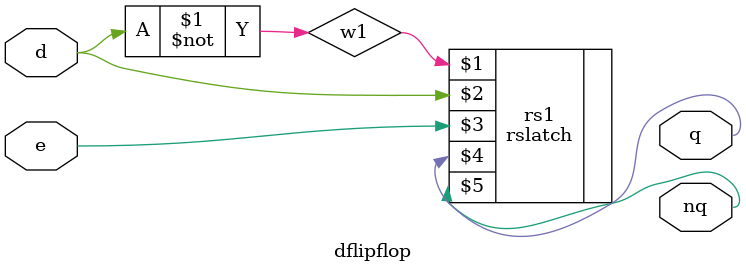
<source format=v>
module dflipflop (d, e, q, nq);
	input d;
	input e;
	output q;
	output nq;
	
	wire w1;

	not (w1, d);
	rslatch rs1 (w1, d, e, q, nq);
endmodule

</source>
